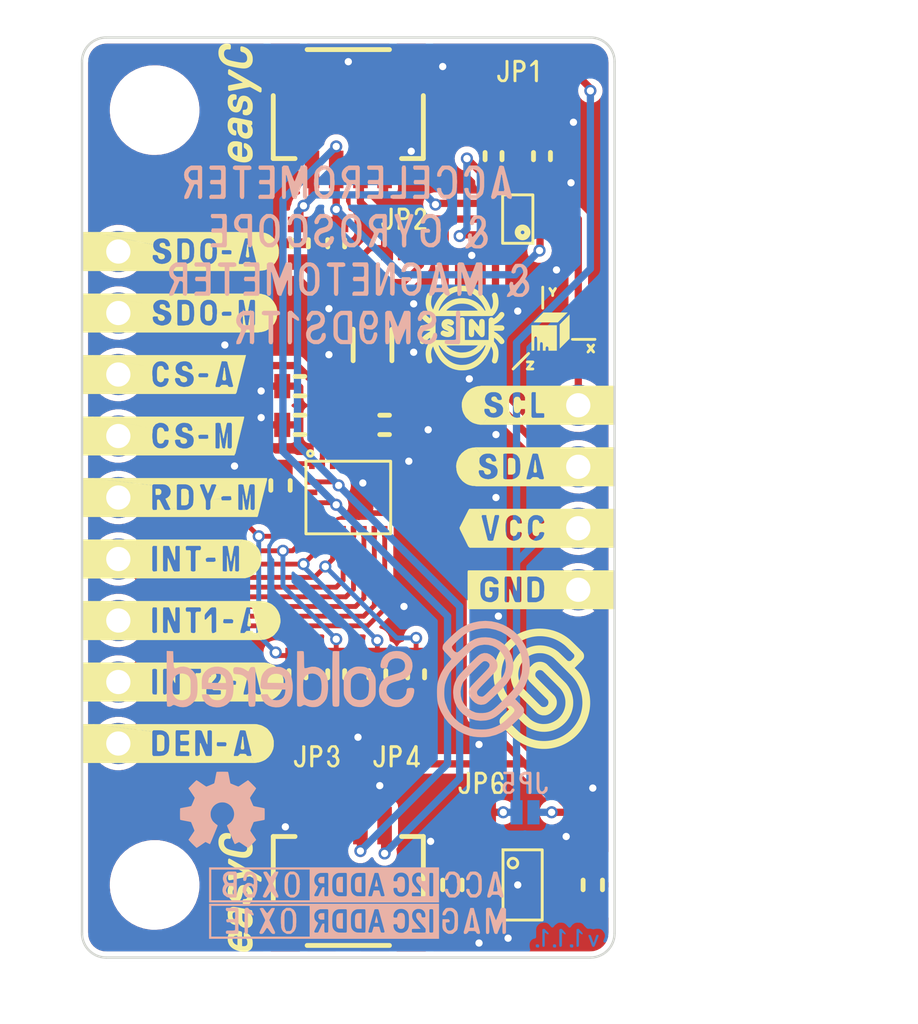
<source format=kicad_pcb>
(kicad_pcb (version 20211014) (generator pcbnew)
  (layers (0 "F.Cu" signal) (31 "B.Cu" signal) (34 "B.Paste" user) (35 "F.Paste" user) (36 "B.SilkS" user "B.Silkscreen") (37 "F.SilkS" user "F.Silkscreen") (38 "B.Mask" user) (39 "F.Mask" user) (44 "Edge.Cuts" user))
  (net 0 "")
  (net 1 "GND")
  (net 2 "3V3")
  (net 3 "Net-(C2-Pad1)")
  (net 4 "Net-(C4-Pad1)")
  (net 5 "Net-(C6-Pad2)")
  (net 6 "SCL_PULL5")
  (net 7 "5V")
  (net 8 "SDA_PULL5")
  (net 9 "SCL_PULL3,3")
  (net 10 "SDA_PULL3,3")
  (net 11 "Net-(JP3-Pad1)")
  (net 12 "Net-(JP3-Pad3)")
  (net 13 "SDO_AG")
  (net 14 "SDO_M")
  (net 15 "CS_AG")
  (net 16 "CS_M")
  (net 17 "DRDY_M")
  (net 18 "INT_M")
  (net 19 "INT1_AG")
  (net 20 "INT2_AG")
  (net 21 "DEN_AG")
  (net 22 "SCL3,3")
  (net 23 "SDA3,3")
  (net 24 "SDA5")
  (net 25 "SCL5")
  (net 27 "Net-(JP4-Pad1)")
  (net 28 "Net-(JP4-Pad3)")
  (footprint "buzzardLabel" (layer "F.Cu") (at 99.6 126.08)
    (fp_text reference "")
    (fp_text value "")
  )
  (footprint "e-radionica.com footprinti:0603R" (layer "F.Cu") (at 110.5 128.3 -90)
    (fp_text reference "R6")
    (fp_text value "10k")
  )
  (footprint "e-radionica.com footprinti:FIDUCIAL_23" (layer "F.Cu") (at 111 138.1)
    (fp_text reference "FD1")
    (fp_text value "FIDUCIAL")
  )
  (footprint "e-radionica.com footprinti:0603R" (layer "F.Cu") (at 109 110.5 -90)
    (fp_text reference "R4")
    (fp_text value "10k")
  )
  (footprint "e-radionica.com footprinti:0603C" (layer "F.Cu") (at 115.3 137 90)
    (fp_text reference "C6")
    (fp_text value "2u2")
  )
  (footprint "buzzardLabel" (layer "F.Cu") (at 99.6 123.54)
    (fp_text reference "")
    (fp_text value "")
  )
  (footprint "buzzardLabel" (layer "F.Cu") (at 118 103.4)
    (fp_text reference "")
    (fp_text value "")
  )
  (footprint "e-radionica.com footprinti:easyC-connector" (layer "F.Cu") (at 111 136.7 180)
    (fp_text reference "K2")
    (fp_text value "easyC-SMD")
  )
  (footprint "e-radionica.com footprinti:0603R" (layer "F.Cu") (at 113.8 128.3 -90)
    (fp_text reference "R8")
    (fp_text value "10k")
  )
  (footprint "buzzardLabel" (layer "F.Cu") (at 99.6 115.92)
    (fp_text reference "")
    (fp_text value "")
  )
  (footprint "e-radionica.com footprinti:SMD-JUMPER-CONNECTED_TRACE_SLODERMASK" (layer "F.Cu") (at 116.5 134)
    (fp_text reference "JP6")
    (fp_text value "SMD-JUMPER-CONNECTED_TRACE_SLODERMASK")
  )
  (footprint "e-radionica.com footprinti:1206C" (layer "F.Cu") (at 112 114.7 90)
    (fp_text reference "C3")
    (fp_text value "10u")
  )
  (footprint "Soldered Graphics:Logo-Back-OSH-3.5mm" (layer "F.Cu") (at 105.8 133.9)
    (fp_text reference "G***" hide)
    (fp_text value "LOGO" hide)
  )
  (footprint "e-radionica.com footprinti:0603C" (layer "F.Cu") (at 109 116.4)
    (fp_text reference "C5")
    (fp_text value "100nF")
  )
  (footprint "e-radionica.com footprinti:0603R" (layer "F.Cu") (at 119 106.9 -90)
    (fp_text reference "R2")
    (fp_text value "10k")
  )
  (footprint "e-radionica.com footprinti:0603C" (layer "F.Cu") (at 109 118 180)
    (fp_text reference "C2")
    (fp_text value "100nF")
  )
  (footprint "buzzardLabel" (layer "F.Cu") (at 122.4 119.73)
    (fp_text reference "")
    (fp_text value "")
  )
  (footprint "buzzardLabel" (layer "F.Cu") (at 113 131.7)
    (fp_text reference "")
    (fp_text value "")
  )
  (footprint "buzzardLabel" (layer "F.Cu") (at 99.6 121)
    (fp_text reference "")
    (fp_text value "")
  )
  (footprint "buzzardLabel" (layer "F.Cu") (at 99.6 110.84)
    (fp_text reference "")
    (fp_text value "")
  )
  (footprint "Soldered Graphics:Logo-Front-Soldered-5mm" (layer "F.Cu") (at 119 128.9)
    (fp_text reference "G***" hide)
    (fp_text value "LOGO" hide)
  )
  (footprint "e-radionica.com footprinti:0603R" (layer "F.Cu") (at 110.5 110.5 90)
    (fp_text reference "R1")
    (fp_text value "10k")
  )
  (footprint "buzzardLabel" (layer "F.Cu") (at 99.6 128.62)
    (fp_text reference "")
    (fp_text value "")
  )
  (footprint "Soldered Graphics:Logo-Back-SolderedFULL-15mm" (layer "F.Cu") (at 111 128.5)
    (fp_text reference "REF**" hide)
    (fp_text value "Logo-Front-SolderedFULL-15mm" hide)
  )
  (footprint "e-radionica.com footprinti:HEADER_MALE_4X1" (layer "F.Cu") (at 120.5 121 90)
    (fp_text reference "K3")
    (fp_text value "HEADER_MALE_4X1")
  )
  (footprint "buzzardLabel" (layer "F.Cu") (at 122.4 124.81)
    (fp_text reference "")
    (fp_text value "")
  )
  (footprint "e-radionica.com footprinti:0603C" (layer "F.Cu") (at 108.2 120.5 90)
    (fp_text reference "C1")
    (fp_text value "100nF")
  )
  (footprint "e-radionica.com footprinti:SMD_JUMPER_3_PAD_TRACE" (layer "F.Cu") (at 113 130.5 180)
    (fp_text reference "JP4")
    (fp_text value "SMD_JUMPER_3_PAD_CONNECTED")
  )
  (footprint "e-radionica.com footprinti:0603R" (layer "F.Cu") (at 112.2 128.3 -90)
    (fp_text reference "R7")
    (fp_text value "10k")
  )
  (footprint "buzzardLabel" (layer "F.Cu") (at 99.6 118.46)
    (fp_text reference "")
    (fp_text value "")
  )
  (footprint "e-radionica.com footprinti:SMD_JUMPER_3_PAD_TRACE" (layer "F.Cu") (at 118 104.6 180)
    (fp_text reference "JP1")
    (fp_text value "SMD_JUMPER_3_PAD_CONNECTED")
  )
  (footprint "e-radionica.com footprinti:SMD_JUMPER_3_PAD_TRACE" (layer "F.Cu") (at 113.3 110.7 180)
    (fp_text reference "JP2")
    (fp_text value "SMD_JUMPER_3_PAD_CONNECTED")
  )
  (footprint "e-radionica.com footprinti:SOT-363" (layer "F.Cu") (at 118 109.5 180)
    (fp_text reference "U1")
    (fp_text value "NMOS-DUAL")
  )
  (footprint "buzzardLabel" (layer "F.Cu") (at 109.7 131.7)
    (fp_text reference "")
    (fp_text value "")
  )
  (footprint "e-radionica.com footprinti:0603R" (layer "F.Cu") (at 108.9 128.3 -90)
    (fp_text reference "R5")
    (fp_text value "10k")
  )
  (footprint "e-radionica.com footprinti:HEADER_MALE_9X1" (layer "F.Cu") (at 101.5 121 -90)
    (fp_text reference "K1")
    (fp_text value "HEADER_MALE_9X1")
  )
  (footprint "Soldered Graphics:Symbol-Front-Axis" (layer "F.Cu") (at 119.5 114)
    (fp_text reference "G***" hide)
    (fp_text value "LOGO" hide)
  )
  (footprint "Soldered Graphics:Symbol-Front-Magnetic-Field" (layer "F.Cu") (at 115.7 114)
    (fp_text reference "G***" hide)
    (fp_text value "LOGO" hide)
  )
  (footprint "e-radionica.com footprinti:SMD_JUMPER_3_PAD_TRACE" (layer "F.Cu") (at 109.7 130.5 180)
    (fp_text reference "JP3")
    (fp_text value "SMD_JUMPER_3_PAD_CONNECTED")
  )
  (footprint "e-radionica.com footprinti:0603C" (layer "F.Cu") (at 112.5 118)
    (fp_text reference "C4")
    (fp_text value "10nF")
  )
  (footprint "e-radionica.com footprinti:easyC-connector" (layer "F.Cu") (at 111 105.3)
    (fp_text reference "K4")
    (fp_text value "easyC-SMD")
  )
  (footprint "e-radionica.com footprinti:SOT-23-5" (layer "F.Cu") (at 118.2 137)
    (fp_text reference "U3")
    (fp_text value "SE5218")
  )
  (footprint "buzzardLabel" (layer "F.Cu") (at 116.5 132.8)
    (fp_text reference "")
    (fp_text value "")
  )
  (footprint "buzzardLabel" (layer "F.Cu") (at 122.4 122.27)
    (fp_text reference "")
    (fp_text value "")
  )
  (footprint "buzzardLabel" (layer "F.Cu") (at 99.6 113.38)
    (fp_text reference "")
    (fp_text value "")
  )
  (footprint "buzzardLabel" (layer "F.Cu") (at 99.6 131.16)
    (fp_text reference "")
    (fp_text value "")
  )
  (footprint "Soldered Graphics:Logo-Front-easyC-5mm" (layer "F.Cu") (at 106.5 137.3 90)
    (fp_text reference "G***" hide)
    (fp_text value "LOGO" hide)
  )
  (footprint "e-radionica.com footprinti:LSM9DS1TR" (layer "F.Cu") (at 111 121)
    (fp_text reference "U2")
    (fp_text value "LSM9DS1TR")
  )
  (footprint "buzzardLabel" (layer "F.Cu") (at 113.3 109.5)
    (fp_text reference "")
    (fp_text value "")
  )
  (footprint "e-radionica.com footprinti:0603R" (layer "F.Cu") (at 117 106.9 90)
    (fp_text reference "R3")
    (fp_text value "10k")
  )
  (footprint "Soldered Graphics:Logo-Front-easyC-5mm" (layer "F.Cu") (at 106.5 104.7 90)
    (fp_text reference "G***" hide)
    (fp_text value "LOGO" hide)
  )
  (footprint "e-radionica.com footprinti:HOLE_3.2mm" (layer "F.Cu") (at 103 105)
    (fp_text reference "H1" hide)
    (fp_text value "HOLE_3.2mm" hide)
  )
  (footprint "e-radionica.com footprinti:0603C" (layer "F.Cu") (at 121.1 137 90)
    (fp_text reference "C7")
    (fp_text value "2u2")
  )
  (footprint "buzzardLabel" (layer "F.Cu") (at 122.4 117.19)
    (fp_text reference "")
    (fp_text value "")
  )
  (footprint "e-radionica.com footprinti:HOLE_3.2mm" (layer "F.Cu") (at 103 137)
    (fp_text reference "H2" hide)
    (fp_text value "HOLE_3.2mm" hide)
  )
  (footprint "Soldered Graphics:Symbol-Front-I2C-ADDR-Field" (layer "B.Cu") (at 110 138.5 180)
    (fp_text reference "REF**" hide)
    (fp_text value "Symbol-Front-I2C-ADDR-Field" hide)
  )
  (footprint "e-radionica.com footprinti:SMD_JUMPER" (layer "B.Cu") (at 118.3 134)
    (fp_text reference "JP5")
    (fp_text value "SMD_JUMPER")
  )
  (footprint "buzzardLabel" (layer "B.Cu") (at 107.4 138.5 180)
    (fp_text reference "")
    (fp_text value "")
  )
  (footprint "buzzardLabel" (layer "B.Cu") (at 111 108 180)
    (fp_text reference "")
    (fp_text value "")
  )
  (footprint "buzzardLabel" (layer "B.Cu") (at 111 112 180)
    (fp_text reference "")
    (fp_text value "")
  )
  (footprint "buzzardLabel" (layer "B.Cu") (at 111 114 180)
    (fp_text reference "")
    (fp_text value "")
  )
  (footprint "buzzardLabel" (layer "B.Cu") (at 116.2 138.5 180)
    (fp_text reference "")
    (fp_text value "")
  )
  (footprint "Soldered Graphics:Symbol-Front-I2C-ADDR-Field" (layer "B.Cu") (at 110 137 180)
    (fp_text reference "REF**" hide)
    (fp_text value "Symbol-Front-I2C-ADDR-Field" hide)
  )
  (footprint "buzzardLabel" (layer "B.Cu") (at 118.3 132.8 180)
    (fp_text reference "")
    (fp_text value "")
  )
  (footprint "Soldered Graphics:Version1.1.1." (layer "B.Cu") (at 120 139.2 180)
    (fp_text reference "REF**" hide)
    (fp_text value "Version1.1.1." hide)
  )
  (footprint "buzzardLabel" (layer "B.Cu") (at 116.2 137 180)
    (fp_text reference "")
    (fp_text value "")
  )
  (footprint "buzzardLabel" (layer "B.Cu") (at 111 110 180)
    (fp_text reference "")
    (fp_text value "")
  )
  (footprint "buzzardLabel" (layer "B.Cu") (at 107.4 137 180)
    (fp_text reference "")
    (fp_text value "")
  )
  (gr_arc (start 101 140) (mid 100.292893 139.707107) (end 100 139) (layer "Edge.Cuts") (width 0.1))
  (gr_arc (start 100 103) (mid 100.292893 102.292893) (end 101 102) (layer "Edge.Cuts") (width 0.1))
  (gr_line (start 101 102) (end 121 102) (layer "Edge.Cuts") (width 0.1))
  (gr_line (start 100 139) (end 100 103) (layer "Edge.Cuts") (width 0.1))
  (gr_arc (start 121 102) (mid 121.707107 102.292893) (end 122 103) (layer "Edge.Cuts") (width 0.1))
  (gr_line (start 121 140) (end 101 140) (layer "Edge.Cuts") (width 0.1))
  (gr_line (start 122 103) (end 122 139) (layer "Edge.Cuts") (width 0.1))
  (gr_arc (start 122 139) (mid 121.707107 139.707107) (end 121 140) (layer "Edge.Cuts") (width 0.1))
  (via (at 110.2 115.1) (size 0.5) (drill 0.3) (layers "F.Cu" "B.Cu") (net 1))
  (via (at 111.4 130.9) (size 0.5) (drill 0.3) (layers "F.Cu" "B.Cu") (net 1))
  (via (at 116.4 139.4) (size 0.5) (drill 0.3) (layers "F.Cu" "B.Cu") (net 1))
  (via (at 105.9 114.7) (size 0.5) (drill 0.3) (layers "F.Cu" "B.Cu") (net 1))
  (via (at 117.6 139.2) (size 0.5) (drill 0.3) (layers "F.Cu" "B.Cu") (net 1))
  (via (at 113.5 119.5) (size 0.5) (drill 0.3) (layers "F.Cu" "B.Cu") (net 1))
  (via (at 110.2 113.2) (size 0.5) (drill 0.3) (layers "F.Cu" "B.Cu") (net 1))
  (via (at 118 137) (size 0.5) (drill 0.3) (layers "F.Cu" "B.Cu") (net 1))
  (via (at 117.1 121) (size 0.5) (drill 0.3) (layers "F.Cu" "B.Cu") (net 1))
  (via (at 120.2 108) (size 0.5) (drill 0.3) (layers "F.Cu" "B.Cu") (net 1))
  (via (at 111 103) (size 0.5) (drill 0.3) (layers "F.Cu" "B.Cu") (net 1))
  (via (at 113.6 106.7) (size 0.5) (drill 0.3) (layers "F.Cu" "B.Cu") (net 1))
  (via (at 107.4 117.7) (size 0.5) (drill 0.3) (layers "F.Cu" "B.Cu") (net 1))
  (via (at 117.2 125.9) (size 0.5) (drill 0.3) (layers "F.Cu" "B.Cu") (net 1))
  (via (at 113.7 115) (size 0.5) (drill 0.3) (layers "F.Cu" "B.Cu") (net 1))
  (via (at 113.7 113) (size 0.5) (drill 0.3) (layers "F.Cu" "B.Cu") (net 1))
  (via (at 111.6 120.4) (size 0.5) (drill 0.3) (layers "F.Cu" "B.Cu") (net 1))
  (via (at 113.3 125.5) (size 0.5) (drill 0.3) (layers "F.Cu" "B.Cu") (net 1))
  (via (at 117.1 118.4) (size 0.5) (drill 0.3) (layers "F.Cu" "B.Cu") (net 1))
  (via (at 119.6 111.6) (size 0.5) (drill 0.3) (layers "F.Cu" "B.Cu") (net 1))
  (via (at 106.3 119.7) (size 0.5) (drill 0.3) (layers "F.Cu" "B.Cu") (net 1))
  (via (at 120 135) (size 0.5) (drill 0.3) (layers "F.Cu" "B.Cu") (net 1))
  (via (at 114.3 118.2) (size 0.5) (drill 0.3) (layers "F.Cu" "B.Cu") (net 1))
  (via (at 116.4 131.2) (size 0.5) (drill 0.3) (layers "F.Cu" "B.Cu") (net 1))
  (via (at 120.3 105.5) (size 0.5) (drill 0.3) (layers "F.Cu" "B.Cu") (net 1))
  (via (at 108.4 134.6) (size 0.5) (drill 0.3) (layers "F.Cu" "B.Cu") (net 1))
  (via (at 116 116.1) (size 0.5) (drill 0.3) (layers "F.Cu" "B.Cu") (net 1))
  (via (at 114.9 103.2) (size 0.5) (drill 0.3) (layers "F.Cu" "B.Cu") (net 1))
  (via (at 112.3 132.9) (size 0.5) (drill 0.3) (layers "F.Cu" "B.Cu") (net 1))
  (via (at 107.4 116.6) (size 0.5) (drill 0.3) (layers "F.Cu" "B.Cu") (net 1))
  (via (at 121.1 133) (size 0.5) (drill 0.3) (layers "F.Cu" "B.Cu") (net 1))
  (via (at 114.4 135.2) (size 0.5) (drill 0.3) (layers "F.Cu" "B.Cu") (net 1))
  (via (at 116.1 111) (size 0.5) (drill 0.3) (layers "F.Cu" "B.Cu") (net 1))
  (via (at 118 113.3) (size 0.5) (drill 0.3) (layers "F.Cu" "B.Cu") (net 1))
  (segment (start 109.185 120.785) (end 108.2 119.8) (width 0.2) (layer "F.Cu") (net 2))
  (segment (start 119.6 133.3) (end 120.3 134) (width 0.3) (layer "F.Cu") (net 2))
  (segment (start 114.5 109.5) (end 114 109.5) (width 0.3) (layer "F.Cu") (net 2))
  (segment (start 116.3 130) (end 116.3 118.8) (width 0.3) (layer "F.Cu") (net 2))
  (segment (start 110.5 134.55) (end 110.5 132.6) (width 0.3) (layer "F.Cu") (net 2))
  (segment (start 110.9 116.4) (end 111.075 116.225) (width 0.3) (layer "F.Cu") (net 2))
  (segment (start 110.785 119.015) (end 110.785 116.885) (width 0.3) (layer "F.Cu") (net 2))
  (segment (start 115.25 117.75) (end 115 117.5) (width 0.3) (layer "F.Cu") (net 2))
  (segment (start 113.725 116.225) (end 112 116.225) (width 0.3) (layer "F.Cu") (net 2))
  (segment (start 110.3 116.4) (end 110.9 116.4) (width 0.3) (layer "F.Cu") (net 2))
  (segment (start 113 130.5) (end 113 131.5) (width 0.3) (layer "F.Cu") (net 2))
  (segment (start 113 131.5) (end 113.5 132) (width 0.3) (layer "F.Cu") (net 2))
  (segment (start 108.17 119.77) (end 108.2 119.77) (width 0.2) (layer "F.Cu") (net 2))
  (segment (start 108.2 119.77) (end 107.97 119.77) (width 0.3) (layer "F.Cu") (net 2))
  (segment (start 109.73 116.4) (end 110.3 116.4) (width 0.3) (layer "F.Cu") (net 2))
  (segment (start 110.355 119.6) (end 110.355 119.445) (width 0.2) (layer "F.Cu") (net 2))
  (segment (start 108.17 119.6) (end 108.2 119.63) (width 0.2) (layer "F.Cu") (net 2))
  (segment (start 111.1 132) (end 110.2 132) (width 0.3) (layer "F.Cu") (net 2))
  (segment (start 108.880489 115.550489) (end 109.73 116.4) (width 0.3) (layer "F.Cu") (net 2))
  (segment (start 109.495 119.6) (end 108.37 119.6) (width 0.2) (layer "F.Cu") (net 2))
  (segment (start 118.5 132.2) (end 118.3 132) (width 0.3) (layer "F.Cu") (net 2))
  (segment (start 107.97 119.77) (end 106.6 118.4) (width 0.3) (layer "F.Cu") (net 2))
  (segment (start 110.5 132.6) (end 111.1 132) (width 0.3) (layer "F.Cu") (net 2))
  (segment (start 113.6 109.5) (end 113.3 109.8) (width 0.3) (layer "F.Cu") (net 2))
  (segment (start 116.3 118.8) (end 115.25 117.75) (width 0.3) (layer "F.Cu") (net 2))
  (segment (start 114 109.5) (end 112.2 109.5) (width 0.3) (layer "F.Cu") (net 2))
  (segment (start 118.5 132.2) (end 116.3 130) (width 0.3) (layer "F.Cu") (net 2))
  (segment (start 120.3 134) (end 121.1 134.8) (width 0.3) (layer "F.Cu") (net 2))
  (segment (start 109.7 131.5) (end 109.7 130.5) (width 0.3) (layer "F.Cu") (net 2))
  (segment (start 113.3 109.8) (end 113.3 110.7) (width 0.3) (layer "F.Cu") (net 2))
  (segment (start 106.6 118.4) (end 106.6 116.2) (width 0.3) (layer "F.Cu") (net 2))
  (segment (start 115.25 117.75) (end 113.725 116.225) (width 0.3) (layer "F.Cu") (net 2))
  (segment (start 120.3 134) (end 119.4 134) (width 0.3) (layer "F.Cu") (net 2))
  (segment (start 115 117.5) (end 115 110) (width 0.3) (layer "F.Cu") (net 2))
  (segment (start 108.2 119.63) (end 108.2 119.77) (width 0.2) (layer "F.Cu") (net 2))
  (segment (start 112.2 109.5) (end 111.5 108.8) (width 0.3) (layer "F.Cu") (net 2))
  (segment (start 109.495 120.785) (end 109.185 120.785) (width 0.2) (layer "F.Cu") (net 2))
  (segment (start 117.08 109.5) (end 114.5 109.5) (width 0.3) (layer "F.Cu") (net 2))
  (segment (start 121.1 134.8) (end 121.1 136.27) (width 0.3) (layer "F.Cu") (net 2))
  (segment (start 118.3 132) (end 113.5 132) (width 0.3) (layer "F.Cu") (net 2))
  (segment (start 114 109.5) (end 113.6 109.5) (width 0.3) (layer "F.Cu") (net 2))
  (segment (start 118.92 109.5) (end 117.08 109.5) (width 0.3) (layer "F.Cu") (net 2))
  (segment (start 110.785 119.6) (end 110.785 119.015) (width 0.2) (layer "F.Cu") (net 2))
  (segment (start 113.5 132) (end 111.1 132) (width 0.3) (layer "F.Cu") (net 2))
  (segment (start 110.785 116.885) (end 110.3 116.4) (width 0.3) (layer "F.Cu") (net 2))
  (segment (start 115 110) (end 114.5 109.5) (width 0.3) (layer "F.Cu") (net 2))
  (segment (start 119.5 136.05) (end 120.88 136.05) (width 0.3) (layer "F.Cu") (net 2))
  (segment (start 110.2 132) (end 109.7 131.5) (width 0.3) (layer "F.Cu") (net 2))
  (segment (start 107.249511 115.550489) (end 108.880489 115.550489) (width 0.3) (layer "F.Cu") (net 2))
  (segment (start 108.2 119.8) (end 108.2 119.77) (width 0.2) (layer "F.Cu") (net 2))
  (segment (start 110.355 119.445) (end 110.785 119.015) (width 0.2) (layer "F.Cu") (net 2))
  (segment (start 106.6 116.2) (end 107.249511 115.550489) (width 0.3) (layer "F.Cu") (net 2))
  (segment (start 112 116.225) (end 111.075 116.225) (width 0.3) (layer "F.Cu") (net 2))
  (segment (start 119.6 133.3) (end 118.5 132.2) (width 0.3) (layer "F.Cu") (net 2))
  (segment (start 108.37 119.6) (end 108.2 119.77) (width 0.2) (layer "F.Cu") (net 2))
  (segment (start 111.5 108.8) (end 111.5 107.45) (width 0.3) (layer "F.Cu") (net 2))
  (segment (start 120.88 136.05) (end 121.1 136.27) (width 0.3) (layer "F.Cu") (net 2))
  (via (at 119.4 134) (size 0.5) (drill 0.3) (layers "F.Cu" "B.Cu") (net 2))
  (segment (start 119.4 134) (end 118.65 134) (width 0.3) (layer "B.Cu") (net 2))
  (segment (start 109.925 119.6) (end 109.925 118.195) (width 0.2) (layer "F.Cu") (net 3))
  (segment (start 109.925 118.195) (end 109.73 118) (width 0.2) (layer "F.Cu") (net 3))
  (segment (start 111.215 119.185) (end 111.77 118.63) (width 0.2) (layer "F.Cu") (net 4))
  (segment (start 111.215 119.6) (end 111.215 119.185) (width 0.2) (layer "F.Cu") (net 4))
  (segment (start 111.77 118.63) (end 111.77 118) (width 0.2) (layer "F.Cu") (net 4))
  (segment (start 118.05 136.05) (end 116.9 136.05) (width 0.2) (layer "F.Cu") (net 5))
  (segment (start 118.7 137.4) (end 118.7 136.7) (width 0.2) (layer "F.Cu") (net 5))
  (segment (start 115.3 134.85) (end 116.15 134) (width 0.3) (layer "F.Cu") (net 5))
  (segment (start 115.52 136.05) (end 115.3 136.27) (width 0.3) (layer "F.Cu") (net 5))
  (segment (start 115.3 136.27) (end 115.3 134.85) (width 0.3) (layer "F.Cu") (net 5))
  (segment (start 118.15 137.95) (end 118.7 137.4) (width 0.2) (layer "F.Cu") (net 5))
  (segment (start 118.7 136.7) (end 118.05 136.05) (width 0.2) (layer "F.Cu") (net 5))
  (segment (start 116.9 136.05) (end 115.52 136.05) (width 0.3) (layer "F.Cu") (net 5))
  (segment (start 116.9 137.95) (end 118.15 137.95) (width 0.2) (layer "F.Cu") (net 5))
  (segment (start 119 104.9) (end 118.7 104.6) (width 0.3) (layer "F.Cu") (net 6))
  (segment (start 119 106.125) (end 119 104.9) (width 0.3) (layer "F.Cu") (net 6))
  (segment (start 118 103.4) (end 118 104.6) (width 0.3) (layer "F.Cu") (net 7))
  (segment (start 121 104.1) (end 120 103.1) (width 0.3) (layer "F.Cu") (net 7))
  (segment (start 118.3 103.1) (end 118 103.4) (width 0.3) (layer "F.Cu") (net 7))
  (segment (start 117.4 134) (end 116.85 134) (width 0.3) (layer "F.Cu") (net 7))
  (segment (start 120 103.1) (end 118.3 103.1) (width 0.3) (layer "F.Cu") (net 7))
  (segment (start 121 104.2) (end 121 104.1) (width 0.3) (layer "F.Cu") (net 7))
  (via (at 121 104.2) (size 0.5) (drill 0.3) (layers "F.Cu" "B.Cu") (net 7))
  (via (at 117.4 134) (size 0.5) (drill 0.3) (layers "F.Cu" "B.Cu") (net 7))
  (segment (start 117.95 123.65) (end 118 123.6) (width 0.3) (layer "B.Cu") (net 7))
  (segment (start 119.33 122.27) (end 120.5 122.27) (width 0.3) (layer "B.Cu") (net 7))
  (segment (start 118 123.6) (end 119.33 122.27) (width 0.3) (layer "B.Cu") (net 7))
  (segment (start 121 111.55) (end 121 104.2) (width 0.3) (layer "B.Cu") (net 7))
  (segment (start 117.95 123.65) (end 117.95 114.6) (width 0.3) (layer "B.Cu") (net 7))
  (segment (start 117.95 134) (end 117.4 134) (width 0.3) (layer "B.Cu") (net 7))
  (segment (start 117.95 114.6) (end 121 111.55) (width 0.3) (layer "B.Cu") (net 7))
  (segment (start 117.95 123.65) (end 117.95 134) (width 0.3) (layer "B.Cu") (net 7))
  (segment (start 117 104.9) (end 117.3 104.6) (width 0.3) (layer "F.Cu") (net 8))
  (segment (start 117 106.125) (end 117 104.9) (width 0.3) (layer "F.Cu") (net 8))
  (segment (start 113.3 112.1) (end 109.825 112.1) (width 0.254) (layer "F.Cu") (net 9))
  (segment (start 109.825 112.1) (end 109 111.275) (width 0.254) (layer "F.Cu") (net 9))
  (segment (start 114 111.4) (end 113.3 112.1) (width 0.254) (layer "F.Cu") (net 9))
  (segment (start 114 110.7) (end 114 111.4) (width 0.254) (layer "F.Cu") (net 9))
  (segment (start 111.325 111.275) (end 111.9 110.7) (width 0.254) (layer "F.Cu") (net 10))
  (segment (start 111.9 110.7) (end 112.6 110.7) (width 0.254) (layer "F.Cu") (net 10))
  (segment (start 110.5 111.275) (end 111.325 111.275) (width 0.254) (layer "F.Cu") (net 10))
  (segment (start 110.5 129.075) (end 110.5 130.4) (width 0.2) (layer "F.Cu") (net 11))
  (segment (start 110.5 130.4) (end 110.4 130.5) (width 0.2) (layer "F.Cu") (net 11))
  (segment (start 108.9 129.075) (end 108.9 130.4) (width 0.2) (layer "F.Cu") (net 12))
  (segment (start 108.9 130.4) (end 109 130.5) (width 0.2) (layer "F.Cu") (net 12))
  (segment (start 105.49904 120.79904) (end 105.499038 119.30402) (width 0.2) (layer "F.Cu") (net 13))
  (segment (start 108.54 122.6) (end 109.495 121.645) (width 0.2) (layer "F.Cu") (net 13))
  (segment (start 105.499038 119.30402) (end 104.5 118.304982) (width 0.2) (layer "F.Cu") (net 13))
  (segment (start 108 127.4) (end 108.125 127.525) (width 0.2) (layer "F.Cu") (net 13))
  (segment (start 102.64 110.84) (end 101.5 110.84) (width 0.2) (layer "F.Cu") (net 13))
  (segment (start 107.3 122.6) (end 108.54 122.6) (width 0.2) (layer "F.Cu") (net 13))
  (segment (start 108.125 127.525) (end 108.9 127.525) (width 0.2) (layer "F.Cu") (net 13))
  (segment (start 107.3 122.6) (end 105.49904 120.79904) (width 0.2) (layer "F.Cu") (net 13))
  (segment (start 104.5 112.7) (end 102.64 110.84) (width 0.2) (layer "F.Cu") (net 13))
  (segment (start 104.5 118.304982) (end 104.5 112.7) (width 0.2) (layer "F.Cu") (net 13))
  (via (at 108 127.4) (size 0.5) (drill 0.3) (layers "F.Cu" "B.Cu") (net 13))
  (via (at 107.3 122.6) (size 0.5) (drill 0.3) (layers "F.Cu" "B.Cu") (net 13))
  (segment (start 108 127.4) (end 107.3 126.7) (width 0.2) (layer "B.Cu") (net 13))
  (segment (start 107.3 126.7) (end 107.3 122.6) (width 0.2) (layer "B.Cu") (net 13))
  (segment (start 110.5 126.8495) (end 110.5 127.525) (width 0.2) (layer "F.Cu") (net 14))
  (segment (start 105.099519 119.469507) (end 104 118.369988) (width 0.2) (layer "F.Cu") (net 14))
  (segment (start 105.09952 121.234514) (end 105.099519 119.469507) (width 0.2) (layer "F.Cu") (net 14))
  (segment (start 109.495 122.4) (end 108.695 123.2) (width 0.2) (layer "F.Cu") (net 14))
  (segment (start 104 118.369988) (end 104 114.1) (width 0.2) (layer "F.Cu") (net 14))
  (segment (start 104 114.1) (end 103.28 113.38) (width 0.2) (layer "F.Cu") (net 14))
  (segment (start 108.695 123.2) (end 108.3 123.2) (width 0.2) (layer "F.Cu") (net 14))
  (segment (start 108.3 123.2) (end 107.065006 123.2) (width 0.2) (layer "F.Cu") (net 14))
  (segment (start 107.065006 123.2) (end 105.09952 121.234514) (width 0.2) (layer "F.Cu") (net 14))
  (segment (start 103.28 113.38) (end 101.5 113.38) (width 0.2) (layer "F.Cu") (net 14))
  (via (at 110.5 126.8495) (size 0.5) (drill 0.3) (layers "F.Cu" "B.Cu") (net 14))
  (via (at 108.3 123.2) (size 0.5) (drill 0.3) (layers "F.Cu" "B.Cu") (net 14))
  (segment (start 110.5 126.8495) (end 108.3 124.6495) (width 0.2) (layer "B.Cu") (net 14))
  (segment (start 108.3 124.6495) (end 108.3 123.2) (width 0.2) (layer "B.Cu") (net 14))
  (segment (start 109.925 122.975) (end 109.150489 123.749511) (width 0.2) (layer "F.Cu") (net 15))
  (segment (start 102.62 115.92) (end 101.5 115.92) (width 0.2) (layer "F.Cu") (net 15))
  (segment (start 103.60048 116.90048) (end 102.62 115.92) (width 0.2) (layer "F.Cu") (net 15))
  (segment (start 103.60048 118.535474) (end 103.60048 116.90048) (width 0.2) (layer "F.Cu") (net 15))
  (segment (start 107.049511 123.749511) (end 104.7 121.4) (width 0.2) (layer "F.Cu") (net 15))
  (segment (start 104.7 121.4) (end 104.7 119.634994) (width 0.2) (layer "F.Cu") (net 15))
  (segment (start 109.925 122.4) (end 109.925 122.975) (width 0.2) (layer "F.Cu") (net 15))
  (segment (start 112.2 126.9) (end 112.2 127.225) (width 0.2) (layer "F.Cu") (net 15))
  (segment (start 109.150489 123.749511) (end 107.049511 123.749511) (width 0.2) (layer "F.Cu") (net 15))
  (segment (start 104.7 119.634994) (end 103.60048 118.535474) (width 0.2) (layer "F.Cu") (net 15))
  (via (at 112.2 126.9) (size 0.5) (drill 0.3) (layers "F.Cu" "B.Cu") (net 15))
  (via (at 109.150489 123.749511) (size 0.5) (drill 0.3) (layers "F.Cu" "B.Cu") (net 15))
  (segment (start 112.2 126.9) (end 109.150489 123.850489) (width 0.2) (layer "B.Cu") (net 15))
  (segment (start 109.150489 123.850489) (end 109.150489 123.749511) (width 0.2) (layer "B.Cu") (net 15))
  (segment (start 106.8 124.3) (end 104.2 121.7) (width 0.2) (layer "F.Cu") (net 16))
  (segment (start 113.8 126.8) (end 113.8 127.225) (width 0.2) (layer "F.Cu") (net 16))
  (segment (start 110.355 123.545) (end 109.6 124.3) (width 0.2) (layer "F.Cu") (net 16))
  (segment (start 102.96 118.46) (end 101.5 118.46) (width 0.2) (layer "F.Cu") (net 16))
  (segment (start 110.355 122.4) (end 110.355 123.545) (width 0.2) (layer "F.Cu") (net 16))
  (segment (start 109.6 124.3) (end 106.8 124.3) (width 0.2) (layer "F.Cu") (net 16))
  (segment (start 104.2 119.7) (end 102.96 118.46) (width 0.2) (layer "F.Cu") (net 16))
  (segment (start 104.2 121.7) (end 104.2 119.7) (width 0.2) (layer "F.Cu") (net 16))
  (via (at 113.8 126.8) (size 0.5) (drill 0.3) (layers "F.Cu" "B.Cu") (net 16))
  (via (at 110.05 123.85) (size 0.5) (drill 0.3) (layers "F.Cu" "B.Cu") (net 16))
  (segment (start 113.8 126.8) (end 113 126.8) (width 0.2) (layer "B.Cu") (net 16))
  (segment (start 113 126.8) (end 110.05 123.85) (width 0.2) (layer "B.Cu") (net 16))
  (segment (start 110.785 124.415) (end 110.49808 124.70192) (width 0.2) (layer "F.Cu") (net 17))
  (segment (start 106.30192 124.70192) (end 102.6 121) (width 0.2) (layer "F.Cu") (net 17))
  (segment (start 110.49808 124.70192) (end 106.30192 124.70192) (width 0.2) (layer "F.Cu") (net 17))
  (segment (start 102.6 121) (end 101.5 121) (width 0.2) (layer "F.Cu") (net 17))
  (segment (start 110.785 122.4) (end 110.785 124.415) (width 0.2) (layer "F.Cu") (net 17))
  (segment (start 111.215 124.785) (end 110.89856 125.10144) (width 0.2) (layer "F.Cu") (net 18))
  (segment (start 111.215 122.4) (end 111.215 124.785) (width 0.2) (layer "F.Cu") (net 18))
  (segment (start 110.89856 125.10144) (end 103.06144 125.10144) (width 0.2) (layer "F.Cu") (net 18))
  (segment (start 103.06144 125.10144) (end 101.5 123.54) (width 0.2) (layer "F.Cu") (net 18))
  (segment (start 111.645 125.155) (end 111.29904 125.50096) (width 0.2) (layer "F.Cu") (net 19))
  (segment (start 111.29904 125.50096) (end 102.07904 125.50096) (width 0.2) (layer "F.Cu") (net 19))
  (segment (start 102.07904 125.50096) (end 101.5 126.08) (width 0.2) (layer "F.Cu") (net 19))
  (segment (start 111.645 122.4) (end 111.645 125.155) (width 0.2) (layer "F.Cu") (net 19))
  (segment (start 112.075 122.4) (end 112.075 125.459994) (width 0.2) (layer "F.Cu") (net 20))
  (segment (start 104.21952 125.90048) (end 101.5 128.62) (width 0.2) (layer "F.Cu") (net 20))
  (segment (start 111.634514 125.90048) (end 104.21952 125.90048) (width 0.2) (layer "F.Cu") (net 20))
  (segment (start 112.075 125.459994) (end 111.634514 125.90048) (width 0.2) (layer "F.Cu") (net 20))
  (segment (start 112.505 122.4) (end 112.505 125.595) (width 0.2) (layer "F.Cu") (net 21))
  (segment (start 111.8 126.3) (end 106.4 126.3) (width 0.2) (layer "F.Cu") (net 21))
  (segment (start 112.505 125.595) (end 111.8 126.3) (width 0.2) (layer "F.Cu") (net 21))
  (segment (start 106.4 126.3) (end 101.54 131.16) (width 0.2) (layer "F.Cu") (net 21))
  (segment (start 101.54 131.16) (end 101.5 131.16) (width 0.2) (layer "F.Cu") (net 21))
  (segment (start 114.65 108.85) (end 117.08 108.85) (width 0.3) (layer "F.Cu") (net 22))
  (segment (start 109.5 108.6) (end 109.15 108.95) (width 0.3) (layer "F.Cu") (net 22))
  (segment (start 109.495 120.355) (end 110.455 120.355) (width 0.2) (layer "F.Cu") (net 22))
  (segment (start 110.455 120.355) (end 110.6 120.5) (width 0.2) (layer "F.Cu") (net 22))
  (segment (start 109.15 108.95) (end 109 109.1) (width 0.3) (layer "F.Cu") (net 22))
  (segment (start 109.5 107.45) (end 109.5 108.6) (width 0.3) (layer "F.Cu") (net 22))
  (segment (start 114.6 108.9) (end 114.65 108.85) (width 0.3) (layer "F.Cu") (net 22))
  (segment (start 112.5 135.7) (end 112.5 134.55) (width 0.3) (layer "F.Cu") (net 22))
  (segment (start 109 109.1) (end 109 109.725) (width 0.3) (layer "F.Cu") (net 22))
  (via (at 109.15 108.95) (size 0.5) (drill 0.3) (layers "F.Cu" "B.Cu") (net 22))
  (via (at 114.6 108.9) (size 0.5) (drill 0.3) (layers "F.Cu" "B.Cu") (net 22))
  (via (at 112.5 135.7) (size 0.5) (drill 0.3) (layers "F.Cu" "B.Cu") (net 22))
  (via (at 110.6 120.5) (size 0.5) (drill 0.3) (layers "F.Cu" "B.Cu") (net 22))
  (segment (start 114.2 108.5) (end 109.6 108.5) (width 0.3) (layer "B.Cu") (net 22))
  (segment (start 114.6 108.9) (end 114.2 108.5) (width 0.3) (layer "B.Cu") (net 22))
  (segment (start 112.5 135.7) (end 115.59952 132.60048) (width 0.3) (layer "B.Cu") (net 22))
  (segment (start 115.59952 125.49952) (end 110.6 120.5) (width 0.3) (layer "B.Cu") (net 22))
  (segment (start 115.59952 132.60048) (end 115.59952 125.49952) (width 0.3) (layer "B.Cu") (net 22))
  (segment (start 110.6 120.5) (end 108.9 118.8) (width 0.3) (layer "B.Cu") (net 22))
  (segment (start 108.9 118.8) (end 108.9 109.2) (width 0.3) (layer "B.Cu") (net 22))
  (segment (start 108.9 109.2) (end 109.15 108.95) (width 0.3) (layer "B.Cu") (net 22))
  (segment (start 109.6 108.5) (end 109.15 108.95) (width 0.3) (layer "B.Cu") (net 22))
  (segment (start 111.5 134.55) (end 111.5 135.6) (width 0.3) (layer "F.Cu") (net 23))
  (segment (start 110.415 121.215) (end 110.5 121.3) (width 0.2) (layer "F.Cu") (net 23))
  (segment (start 110.5 109.0995) (end 110.5 109.725) (width 0.3) (layer "F.Cu") (net 23))
  (segment (start 118.92 110.78) (end 118.9 110.8) (width 0.3) (layer "F.Cu") (net 23))
  (segment (start 118.92 110.15) (end 118.92 110.78) (width 0.3) (layer "F.Cu") (net 23))
  (segment (start 110.5 106.5) (end 110.5 107.45) (width 0.3) (layer "F.Cu") (net 23))
  (segment (start 110.5 109.725) (end 110.5 107.45) (width 0.3) (layer "F.Cu") (net 23))
  (segment (start 109.495 121.215) (end 110.415 121.215) (width 0.2) (layer "F.Cu") (net 23))
  (via (at 111.5 135.6) (size 0.5) (drill 0.3) (layers "F.Cu" "B.Cu") (net 23))
  (via (at 118.9 110.8) (size 0.5) (drill 0.3) (layers "F.Cu" "B.Cu") (net 23))
  (via (at 110.5 121.3) (size 0.5) (drill 0.3) (layers "F.Cu" "B.Cu") (net 23))
  (via (at 110.5 109.0995) (size 0.5) (drill 0.3) (layers "F.Cu" "B.Cu") (net 23))
  (via (at 110.5 106.5) (size 0.5) (drill 0.3) (layers "F.Cu" "B.Cu") (net 23))
  (segment (start 110.5 109.1) (end 113.2 111.8) (width 0.3) (layer "B.Cu") (net 23))
  (segment (start 115.1 125.9) (end 110.5 121.3) (width 0.3) (layer "B.Cu") (net 23))
  (segment (start 108.3 119.1) (end 110.5 121.3) (width 0.3) (layer "B.Cu") (net 23))
  (segment (start 110.5 106.5) (end 108.3 108.7) (width 0.3) (layer "B.Cu") (net 23))
  (segment (start 108.3 108.7) (end 108.3 119.1) (width 0.3) (layer "B.Cu") (net 23))
  (segment (start 110.5 109.0995) (end 110.5 109.1) (width 0.3) (layer "B.Cu") (net 23))
  (segment (start 115.1 132) (end 115.1 125.9) (width 0.3) (layer "B.Cu") (net 23))
  (segment (start 111.5 135.6) (end 115.1 132) (width 0.3) (layer "B.Cu") (net 23))
  (segment (start 117.9 111.8) (end 118.9 110.8) (width 0.3) (layer "B.Cu") (net 23))
  (segment (start 113.2 111.8) (end 117.9 111.8) (width 0.3) (layer "B.Cu") (net 23))
  (segment (start 115.6495 110.15) (end 117.08 110.15) (width 0.3) (layer "F.Cu") (net 24))
  (segment (start 119.73 119.73) (end 120.5 119.73) (width 0.3) (layer "F.Cu") (net 24))
  (segment (start 117.08 110.15) (end 117.08 117.08) (width 0.3) (layer "F.Cu") (net 24))
  (segment (start 115.5995 110.2) (end 115.6495 110.15) (width 0.3) (layer "F.Cu") (net 24))
  (segment (start 115.9 107) (end 116.575 107.675) (width 0.3) (layer "F.Cu") (net 24))
  (segment (start 117.08 117.08) (end 119.73 119.73) (width 0.3) (layer "F.Cu") (net 24))
  (segment (start 116.575 107.675) (end 117 107.675) (width 0.3) (layer "F.Cu") (net 24))
  (via (at 115.5995 110.2) (size 0.5) (drill 0.3) (layers "F.Cu" "B.Cu") (net 24))
  (via (at 115.9 107) (size 0.5) (drill 0.3) (layers "F.Cu" "B.Cu") (net 24))
  (segment (start 115.9 107) (end 115.9 109.8995) (width 0.3) (layer "B.Cu") (net 24))
  (segment (start 115.9 109.8995) (end 115.5995 110.2) (width 0.3) (layer "B.Cu") (net 24))
  (segment (start 120.5 109.5) (end 119.85 108.85) (width 0.3) (layer "F.Cu") (net 25))
  (segment (start 118.92 107.755) (end 119 107.675) (width 0.3) (layer "F.Cu") (net 25))
  (segment (start 118.92 108.85) (end 118.92 107.755) (width 0.3) (layer "F.Cu") (net 25))
  (segment (start 120.5 117.19) (end 120.5 109.5) (width 0.3) (layer "F.Cu") (net 25))
  (segment (start 119.85 108.85) (end 118.92 108.85) (width 0.3) (layer "F.Cu") (net 25))
  (segment (start 113.8 129.075) (end 113.8 130.4) (width 0.2) (layer "F.Cu") (net 27))
  (segment (start 113.8 130.4) (end 113.7 130.5) (width 0.254) (layer "F.Cu") (net 27))
  (segment (start 112.2 129.075) (end 112.2 130.4) (width 0.2) (layer "F.Cu") (net 28))
  (segment (start 112.2 130.4) (end 112.3 130.5) (width 0.254) (layer "F.Cu") (net 28))
  (zone (net 1) (net_name "GND") (layers F&B.Cu) (connect_pads (clearance 0.254)) (min_thickness 0.127) (fill yes (thermal_gap 0.254) (thermal_bridge_width 0.3))
    (polygon (pts (xy 122 140) (xy 100 140) (xy 100 102) (xy 122 102)))
  )
)
</source>
